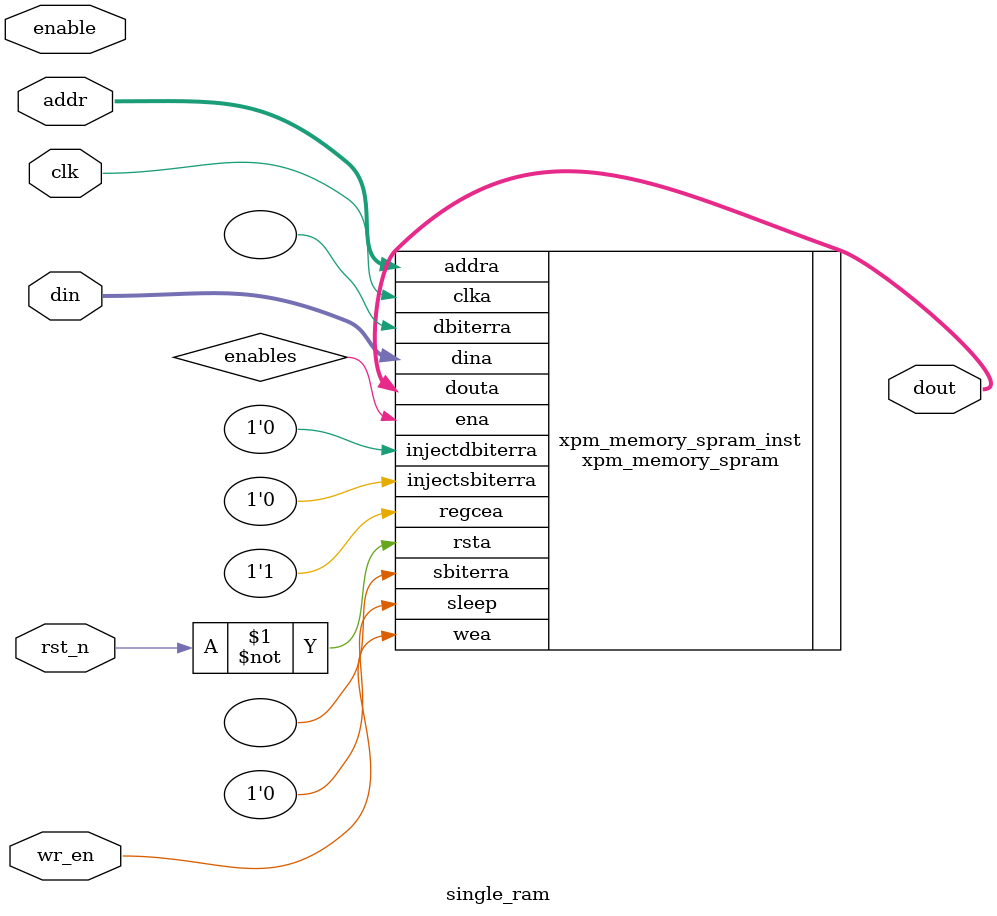
<source format=sv>

`timescale 1ns/1ps

module single_ram #(
    parameter DATA_WIDTH        = 32,
    parameter BYTE_WRITE_WIDTH  = 32,
    parameter ADDR_WIDTH        = 6,
    parameter READ_LATENCY      = 2,
    parameter WRITE_MODE        = "write_first"
) (
    input   clk,
    input   rst_n,
    input   enable,
    input  [DATA_WIDTH/BYTE_WRITE_WIDTH-1:0]    wr_en,
    input  [DATA_WIDTH-1:0]                     din,
    input  [ADDR_WIDTH-1:0]                     addr,
    output [DATA_WIDTH-1:0]                     dout
);

xpm_memory_spram #(
    .ADDR_WIDTH_A           (   ADDR_WIDTH  ),
    .AUTO_SLEEP_TIME        (   0           ),
    .BYTE_WRITE_WIDTH_A     (   8           ),
    .CASCADE_HEIGHT         (   0           ),
    .ECC_MODE               (   "no_ecc"    ),
    .MEMORY_INIT_FILE       (   "none"      ),
    .MEMORY_INIT_PARAM      (   "0"         ),
    .MEMORY_OPTIMIZATION    (   "true"      ),
    .MEMORY_PRIMITIVE       (   "auto"      ),
    .MEMORY_SIZE            (   2**ADDR_WIDTH * DATA_WIDTH), 
    .MESSAGE_CONTROL        (   0           ),
    .READ_DATA_WIDTH_A      (   DATA_WIDTH  ),
    .READ_LATENCY_A         (   READ_LATENCY),
    .READ_RESET_VALUE_A     (   "0"         ),
    .RST_MODE_A             (   "SYNC"      ),
    .SIM_ASSERT_CHK         (   0           ),
    .USE_MEM_INIT           (   1           ),
    .USE_MEM_INIT_MMI       (   0           ),
    .WAKEUP_TIME            (   "disable_sleep" ),
    .WRITE_DATA_WIDTH_A     (   DATA_WIDTH  ),
    .WRITE_MODE_A           (   WRITE_MODE      ),
    .WRITE_PROTECT          (   1               ) 
)
xpm_memory_spram_inst (
    .dbiterra(),                // 1-bit output: Status signal to indicate double bit error occurrence
                                // on the data output of port A.

    .douta(dout),               // READ_DATA_WIDTH_A-bit output: Data output for port A read operations.
    .sbiterra(),                // 1-bit output: Status signal to indicate single bit error occurrence
                                // on the data output of port A.

    .addra(addr),               // ADDR_WIDTH_A-bit input: Address for port A write and read operations.
    .clka(clk),                 // 1-bit input: Clock signal for port A.
    .dina(din),                 // WRITE_DATA_WIDTH_A-bit input: Data input for port A write operations.
    .ena(enables),              // 1-bit input: Memory enable signal for port A. Must be high on clock
                                // cycles when read or write operations are initiated. Pipelined
                                // internally.

    .injectdbiterra(1'b0),      // 1-bit input: Controls double bit error injection on input data when
                                // ECC enabled (Error injection capability is not available in
                                // "decode_only" mode).

    .injectsbiterra(1'b0),      // 1-bit input: Controls single bit error injection on input data when
                                // ECC enabled (Error injection capability is not available in
                                // "decode_only" mode).

    .regcea(1'b1),              // 1-bit input: Clock Enable for the last register stage on the output
                                // data path.

    .rsta(~rst_n),              // 1-bit input: Reset signal for the final port A output register stage.
                                // Synchronously resets output port douta to the value specified by
                                // parameter READ_RESET_VALUE_A.

    .sleep(1'b0),               // 1-bit input: sleep signal to enable the dynamic power saving feature.
    .wea(wr_en)                 // WRITE_DATA_WIDTH_A/BYTE_WRITE_WIDTH_A-bit input: Write enable vector
                                // for port A input data port dina. 1 bit wide when word-wide writes are
                                // used. In byte-wide write configurations, each bit controls the
                                // writing one byte of dina to address addra. For example, to
                                // synchronously write only bits [15-8] of dina when WRITE_DATA_WIDTH_A
                                // is 32, wea would be 4'b0010.
);
endmodule

// XPM_MEMORY instantiation template for Single Port RAM configurations
// Refer to the targeted device family architecture libraries guide for XPM_MEMORY documentation
// =======================================================================================================================

// Parameter usage table, organized as follows:
// +---------------------------------------------------------------------------------------------------------------------+
// | Parameter name       | Data type          | Restrictions, if applicable                                             |
// |---------------------------------------------------------------------------------------------------------------------|
// | Description                                                                                                         |
// +---------------------------------------------------------------------------------------------------------------------+
// +---------------------------------------------------------------------------------------------------------------------+
// | ADDR_WIDTH_A         | Integer            | Range: 1 - 20. Default value = 6.                                       |
// |---------------------------------------------------------------------------------------------------------------------|
// | Specify the width of the port A address port addra, in bits.                                                        |
// | Must be large enough to access the entire memory from port A, i.e. &gt;= $clog2(MEMORY_SIZE/[WRITE|READ]_DATA_WIDTH_A).|
// +---------------------------------------------------------------------------------------------------------------------+
// | AUTO_SLEEP_TIME      | Integer            | Range: 0 - 15. Default value = 0.                                       |
// |---------------------------------------------------------------------------------------------------------------------|
// | Specify the number of clka cycles to auto-sleep, if feature is available in architecture.                           |
// |                                                                                                                     |
// | 0 - Disable auto-sleep feature                                                                                      |
// | 3-15 - Number of auto-sleep latency cycles                                                                          |
// |                                                                                                                     |
// | Do not change from the value provided in the template instantiation.                                                |
// +---------------------------------------------------------------------------------------------------------------------+
// | BYTE_WRITE_WIDTH_A   | Integer            | Range: 1 - 4608. Default value = 32.                                    |
// |---------------------------------------------------------------------------------------------------------------------|
// | To enable byte-wide writes on port A, specify the byte width, in bits.                                              |
// |                                                                                                                     |
// | 8- 8-bit byte-wide writes, legal when WRITE_DATA_WIDTH_A is an integer multiple of 8                                |
// | 9- 9-bit byte-wide writes, legal when WRITE_DATA_WIDTH_A is an integer multiple of 9                                |
// |                                                                                                                     |
// | Or to enable word-wide writes on port A, specify the same value as for WRITE_DATA_WIDTH_A.                          |
// +---------------------------------------------------------------------------------------------------------------------+
// | CASCADE_HEIGHT       | Integer            | Range: 0 - 64. Default value = 0.                                       |
// |---------------------------------------------------------------------------------------------------------------------|
// | 0- No Cascade Height, Allow Vivado Synthesis to choose.                                                             |
// | 1 or more - Vivado Synthesis sets the specified value as Cascade Height.                                            |
// +---------------------------------------------------------------------------------------------------------------------+
// | ECC_MODE             | String             | Allowed values: no_ecc, both_encode_and_decode, decode_only, encode_only. Default value = no_ecc.|
// |---------------------------------------------------------------------------------------------------------------------|
// |                                                                                                                     |
// |   "no_ecc" - Disables ECC                                                                                           |
// |   "encode_only" - Enables ECC Encoder only                                                                          |
// |   "decode_only" - Enables ECC Decoder only                                                                          |
// |   "both_encode_and_decode" - Enables both ECC Encoder and Decoder                                                   |
// +---------------------------------------------------------------------------------------------------------------------+
// | MEMORY_INIT_FILE     | String             | Default value = none.                                                   |
// |---------------------------------------------------------------------------------------------------------------------|
// | Specify "none" (including quotes) for no memory initialization, or specify the name of a memory initialization file-|
// | Enter only the name of the file with .mem extension, including quotes but without path (e.g. "my_file.mem").        |
// | File format must be ASCII and consist of only hexadecimal values organized into the specified depth by              |
// | narrowest data width generic value of the memory. Initialization of memory happens through the file name specified only when parameter|
// | MEMORY_INIT_PARAM value is equal to "".                                                                             |
// | When using XPM_MEMORY in a project, add the specified file to the Vivado project as a design source.                |
// +---------------------------------------------------------------------------------------------------------------------+
// | MEMORY_INIT_PARAM    | String             | Default value = 0.                                                      |
// |---------------------------------------------------------------------------------------------------------------------|
// | Specify "" or "0" (including quotes) for no memory initialization through parameter, or specify the string          |
// | containing the hex characters. Enter only hex characters with each location separated by delimiter (,).             |
// | Parameter format must be ASCII and consist of only hexadecimal values organized into the specified depth by         |
// | narrowest data width generic value of the memory.For example, if the narrowest data width is 8, and the depth of    |
// | memory is 8 locations, then the parameter value should be passed as shown below.                                    |
// | parameter MEMORY_INIT_PARAM = "AB,CD,EF,1,2,34,56,78"                                                               |
// | Where "AB" is the 0th location and "78" is the 7th location.                                                        |
// +---------------------------------------------------------------------------------------------------------------------+
// | MEMORY_OPTIMIZATION  | String             | Allowed values: true, false. Default value = true.                      |
// |---------------------------------------------------------------------------------------------------------------------|
// | Specify "true" to enable the optimization of unused memory or bits in the memory structure. Specify "false" to      |
// | disable the optimization of unused memory or bits in the memory structure.                                          |
// +---------------------------------------------------------------------------------------------------------------------+
// | MEMORY_PRIMITIVE     | String             | Allowed values: auto, block, distributed, mixed, ultra. Default value = auto.|
// |---------------------------------------------------------------------------------------------------------------------|
// | Designate the memory primitive (resource type) to use.                                                              |
// |                                                                                                                     |
// |   "auto"- Allow Vivado Synthesis to choose                                                                          |
// |   "distributed"- Distributed memory                                                                                 |
// |   "block"- Block memory                                                                                             |
// |   "ultra"- Ultra RAM memory                                                                                         |
// |   "mixed"- Mixed memory                                                                                             |
// |                                                                                                                     |
// | NOTE: There may be a behavior mismatch if Block RAM or Ultra RAM specific features, like ECC or Asymmetry, are selected with MEMORY_PRIMITIVE set to "auto".|
// +---------------------------------------------------------------------------------------------------------------------+
// | MEMORY_SIZE          | Integer            | Range: 2 - 150994944. Default value = 2048.                             |
// |---------------------------------------------------------------------------------------------------------------------|
// | Specify the total memory array size, in bits.                                                                       |
// | For example, enter 65536 for a 2kx32 RAM.                                                                           |
// |                                                                                                                     |
// |   When ECC is enabled and set to "encode_only", then the memory size has to be multiples of READ_DATA_WIDTH_A       |
// |   When ECC is enabled and set to "decode_only", then the memory size has to be multiples of WRITE_DATA_WIDTH_A      |
// +---------------------------------------------------------------------------------------------------------------------+
// | MESSAGE_CONTROL      | Integer            | Range: 0 - 1. Default value = 0.                                        |
// |---------------------------------------------------------------------------------------------------------------------|
// | Specify 1 to enable the dynamic message reporting such as collision warnings, and 0 to disable the message reporting|
// +---------------------------------------------------------------------------------------------------------------------+
// | READ_DATA_WIDTH_A    | Integer            | Range: 1 - 4608. Default value = 32.                                    |
// |---------------------------------------------------------------------------------------------------------------------|
// | Specify the width of the port A read data output port douta, in bits.                                               |
// | The values of READ_DATA_WIDTH_A and WRITE_DATA_WIDTH_A must be equal.                                               |
// | When ECC is enabled and set to "encode_only", then READ_DATA_WIDTH_A has to be multiples of 72-bits.                |
// | When ECC is enabled and set to "decode_only" or "both_encode_and_decode", then READ_DATA_WIDTH_A has to be          |
// | multiples of 64-bits.                                                                                               |
// +---------------------------------------------------------------------------------------------------------------------+
// | READ_LATENCY_A       | Integer            | Range: 0 - 100. Default value = 2.                                      |
// |---------------------------------------------------------------------------------------------------------------------|
// | Specify the number of register stages in the port A read data pipeline. Read data output to port douta takes this   |
// | number of clka cycles.                                                                                              |
// |                                                                                                                     |
// | To target block memory, a value of 1 or larger is required- 1 causes use of memory latch only; 2 causes use of      |
// | output register.                                                                                                    |
// | To target distributed memory, a value of 0 or larger is required- 0 indicates combinatorial output.                 |
// | Values larger than 2 synthesize additional flip-flops that are not retimed into memory primitives.                  |
// +---------------------------------------------------------------------------------------------------------------------+
// | READ_RESET_VALUE_A   | String             | Default value = 0.                                                      |
// |---------------------------------------------------------------------------------------------------------------------|
// | Specify the reset value of the port A final output register stage in response to rsta input port is assertion.      |
// | Since this parameter is a string, you must specify the hex values inside double quotes. For example,                |
// | If the read data width is 8, then specify READ_RESET_VALUE_A = "EA";                                                |
// | When ECC is enabled, then reset value is not supported.                                                             |
// +---------------------------------------------------------------------------------------------------------------------+
// | RST_MODE_A           | String             | Allowed values: SYNC, ASYNC. Default value = SYNC.                      |
// |---------------------------------------------------------------------------------------------------------------------|
// | Describes the behaviour of the reset                                                                                |
// |                                                                                                                     |
// |   "SYNC" - when reset is applied, synchronously resets output port douta to the value specified by parameter READ_RESET_VALUE_A|
// |   "ASYNC" - when reset is applied, asynchronously resets output port douta to zero                                  |
// +---------------------------------------------------------------------------------------------------------------------+
// | SIM_ASSERT_CHK       | Integer            | Range: 0 - 1. Default value = 0.                                        |
// |---------------------------------------------------------------------------------------------------------------------|
// | 0- Disable simulation message reporting. Messages related to potential misuse will not be reported.                 |
// | 1- Enable simulation message reporting. Messages related to potential misuse will be reported.                      |
// +---------------------------------------------------------------------------------------------------------------------+
// | USE_MEM_INIT         | Integer            | Range: 0 - 1. Default value = 1.                                        |
// |---------------------------------------------------------------------------------------------------------------------|
// | Specify 1 to enable the generation of below message and 0 to disable generation of the following message completely.|
// | "INFO - MEMORY_INIT_FILE and MEMORY_INIT_PARAM together specifies no memory initialization.                         |
// | Initial memory contents will be all 0s."                                                                            |
// | NOTE: This message gets generated only when there is no Memory Initialization specified either through file or      |
// | Parameter.                                                                                                          |
// +---------------------------------------------------------------------------------------------------------------------+
// | USE_MEM_INIT_MMI     | Integer            | Range: 0 - 1. Default value = 0.                                        |
// |---------------------------------------------------------------------------------------------------------------------|
// | Specify 1 to expose this memory information to be written out in the MMI file.                                      |
// +---------------------------------------------------------------------------------------------------------------------+
// | WAKEUP_TIME          | String             | Allowed values: disable_sleep, use_sleep_pin. Default value = disable_sleep.|
// |---------------------------------------------------------------------------------------------------------------------|
// | Specify "disable_sleep" to disable dynamic power saving option, and specify "use_sleep_pin" to enable the           |
// | dynamic power saving option                                                                                         |
// +---------------------------------------------------------------------------------------------------------------------+
// | WRITE_DATA_WIDTH_A   | Integer            | Range: 1 - 4608. Default value = 32.                                    |
// |---------------------------------------------------------------------------------------------------------------------|
// | Specify the width of the port A write data input port dina, in bits.                                                |
// | The values of WRITE_DATA_WIDTH_A and READ_DATA_WIDTH_A must be equal.                                               |
// | When ECC is enabled and set to "encode_only" or "both_encode_and_decode", then WRITE_DATA_WIDTH_A must be           |
// | multiples of 64-bits.                                                                                               |
// | When ECC is enabled and set to "decode_only", then WRITE_DATA_WIDTH_A must be multiples of 72-bits.                 |
// +---------------------------------------------------------------------------------------------------------------------+
// | WRITE_MODE_A         | String             | Allowed values: read_first, no_change, write_first. Default value = read_first.|
// |---------------------------------------------------------------------------------------------------------------------|
// | Write mode behavior for port A output data port, douta.                                                             |
// +---------------------------------------------------------------------------------------------------------------------+
// | WRITE_PROTECT        | Integer            | Range: 0 - 1. Default value = 1.                                        |
// |---------------------------------------------------------------------------------------------------------------------|
// | Default value is 1, means write is protected through enable and write enable and hence the LUT is placed before the memory. This is the default behaviour to access memory.|
// | When 0, disables write protection. Write enable (WE) directly connected to memory.                                  |
// | NOTE: Disable this option only if the advanced users can guarantee that the write enable (WE) cannot be given without enable (EN).|
// +---------------------------------------------------------------------------------------------------------------------+

// Port usage table, organized as follows:
// +---------------------------------------------------------------------------------------------------------------------+
// | Port name      | Direction | Size, in bits                         | Domain  | Sense       | Handling if unused     |
// |---------------------------------------------------------------------------------------------------------------------|
// | Description                                                                                                         |
// +---------------------------------------------------------------------------------------------------------------------+
// +---------------------------------------------------------------------------------------------------------------------+
// | addra          | Input     | ADDR_WIDTH_A                          | clka    | NA          | Required               |
// |---------------------------------------------------------------------------------------------------------------------|
// | Address for port A write and read operations.                                                                       |
// +---------------------------------------------------------------------------------------------------------------------+
// | clka           | Input     | 1                                     | NA      | Rising edge | Required               |
// |---------------------------------------------------------------------------------------------------------------------|
// | Clock signal for port A.                                                                                            |
// +---------------------------------------------------------------------------------------------------------------------+
// | dbiterra       | Output    | 1                                     | clka    | Active-high | DoNotCare              |
// |---------------------------------------------------------------------------------------------------------------------|
// | Status signal to indicate double bit error occurrence on the data output of port A.                                 |
// +---------------------------------------------------------------------------------------------------------------------+
// | dina           | Input     | WRITE_DATA_WIDTH_A                    | clka    | NA          | Required               |
// |---------------------------------------------------------------------------------------------------------------------|
// | Data input for port A write operations.                                                                             |
// +---------------------------------------------------------------------------------------------------------------------+
// | douta          | Output    | READ_DATA_WIDTH_A                     | clka    | NA          | Required               |
// |---------------------------------------------------------------------------------------------------------------------|
// | Data output for port A read operations.                                                                             |
// +---------------------------------------------------------------------------------------------------------------------+
// | ena            | Input     | 1                                     | clka    | Active-high | Required               |
// |---------------------------------------------------------------------------------------------------------------------|
// | Memory enable signal for port A.                                                                                    |
// | Must be high on clock cycles when read or write operations are initiated. Pipelined internally.                     |
// +---------------------------------------------------------------------------------------------------------------------+
// | injectdbiterra | Input     | 1                                     | clka    | Active-high | Tie to 1'b0            |
// |---------------------------------------------------------------------------------------------------------------------|
// | Controls double bit error injection on input data when ECC enabled (Error injection capability is not available in  |
// | "decode_only" mode).                                                                                                |
// +---------------------------------------------------------------------------------------------------------------------+
// | injectsbiterra | Input     | 1                                     | clka    | Active-high | Tie to 1'b0            |
// |---------------------------------------------------------------------------------------------------------------------|
// | Controls single bit error injection on input data when ECC enabled (Error injection capability is not available in  |
// | "decode_only" mode).                                                                                                |
// +---------------------------------------------------------------------------------------------------------------------+
// | regcea         | Input     | 1                                     | clka    | Active-high | Tie to 1'b1            |
// |---------------------------------------------------------------------------------------------------------------------|
// | Clock Enable for the last register stage on the output data path.                                                   |
// +---------------------------------------------------------------------------------------------------------------------+
// | rsta           | Input     | 1                                     | clka    | Active-high | Required               |
// |---------------------------------------------------------------------------------------------------------------------|
// | Reset signal for the final port A output register stage.                                                            |
// | Synchronously resets output port douta to the value specified by parameter READ_RESET_VALUE_A.                      |
// +---------------------------------------------------------------------------------------------------------------------+
// | sbiterra       | Output    | 1                                     | clka    | Active-high | DoNotCare              |
// |---------------------------------------------------------------------------------------------------------------------|
// | Status signal to indicate single bit error occurrence on the data output of port A.                                 |
// +---------------------------------------------------------------------------------------------------------------------+
// | sleep          | Input     | 1                                     | NA      | Active-high | Tie to 1'b0            |
// |---------------------------------------------------------------------------------------------------------------------|
// | sleep signal to enable the dynamic power saving feature.                                                            |
// +---------------------------------------------------------------------------------------------------------------------+
// | wea            | Input     | WRITE_DATA_WIDTH_A/BYTE_WRITE_WIDTH_A | clka    | Active-high | Required               |
// |---------------------------------------------------------------------------------------------------------------------|
// | Write enable vector for port A input data port dina. 1 bit wide when word-wide writes are used.                     |
// | In byte-wide write configurations, each bit controls the writing one byte of dina to address addra.                 |
// | For example, to synchronously write only bits [15-8] of dina when WRITE_DATA_WIDTH_A is 32, wea would be 4'b0010.   |
// +---------------------------------------------------------------------------------------------------------------------+
	
				
</source>
